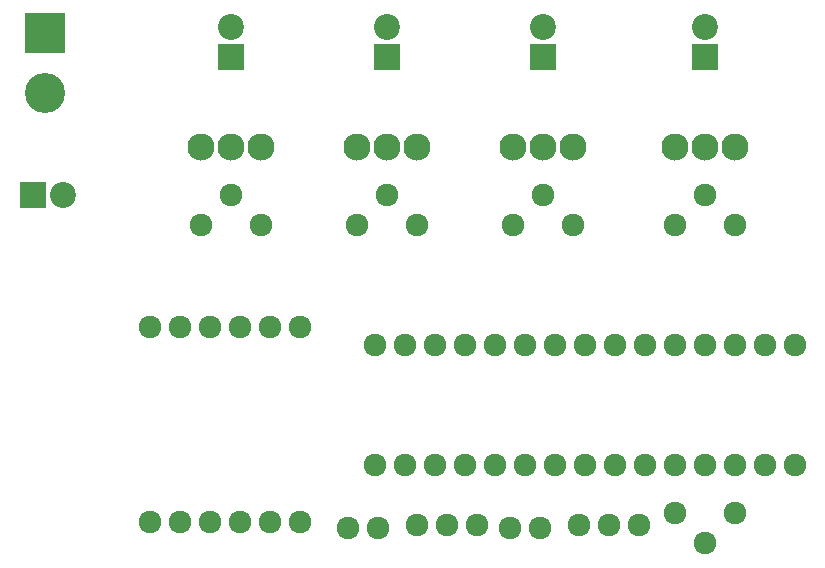
<source format=gbr>
G04 #@! TF.FileFunction,Soldermask,Bot*
%FSLAX46Y46*%
G04 Gerber Fmt 4.6, Leading zero omitted, Abs format (unit mm)*
G04 Created by KiCad (PCBNEW 4.0.5+dfsg1-4) date Wed Oct 18 18:42:54 2017*
%MOMM*%
%LPD*%
G01*
G04 APERTURE LIST*
%ADD10C,0.100000*%
%ADD11C,1.924000*%
%ADD12C,2.200000*%
%ADD13R,2.200000X2.200000*%
%ADD14R,3.400000X3.400000*%
%ADD15C,3.400000*%
%ADD16C,2.300000*%
G04 APERTURE END LIST*
D10*
D11*
X209804000Y-55372000D03*
X207264000Y-55372000D03*
X204724000Y-55372000D03*
X202184000Y-55372000D03*
X199644000Y-55372000D03*
X197104000Y-55372000D03*
X194564000Y-55372000D03*
X192024000Y-55372000D03*
X189484000Y-55372000D03*
X186944000Y-55372000D03*
X184404000Y-55372000D03*
X181864000Y-55372000D03*
X179324000Y-55372000D03*
X176784000Y-55372000D03*
X174244000Y-55372000D03*
X209804000Y-65532000D03*
X207264000Y-65532000D03*
X204724000Y-65532000D03*
X202184000Y-65532000D03*
X199644000Y-65532000D03*
X197104000Y-65532000D03*
X194564000Y-65532000D03*
X192024000Y-65532000D03*
X189484000Y-65532000D03*
X186944000Y-65532000D03*
X184404000Y-65532000D03*
X181864000Y-65532000D03*
X179324000Y-65532000D03*
X176784000Y-65532000D03*
X174244000Y-65532000D03*
D12*
X162052000Y-28448000D03*
D13*
X162052000Y-30988000D03*
D12*
X202184000Y-28448000D03*
D13*
X202184000Y-30988000D03*
D12*
X188468000Y-28448000D03*
D13*
X188468000Y-30988000D03*
D12*
X175260000Y-28448000D03*
D13*
X175260000Y-30988000D03*
D12*
X147828000Y-42672000D03*
D13*
X145288000Y-42672000D03*
D14*
X146304000Y-28956000D03*
D15*
X146304000Y-34036000D03*
D11*
X162052000Y-42672000D03*
X164592000Y-45212000D03*
X159512000Y-45212000D03*
X202184000Y-42672000D03*
X204724000Y-45212000D03*
X199644000Y-45212000D03*
X188468000Y-42672000D03*
X191008000Y-45212000D03*
X185928000Y-45212000D03*
X175260000Y-42672000D03*
X177800000Y-45212000D03*
X172720000Y-45212000D03*
D16*
X159512000Y-38608000D03*
X162052000Y-38608000D03*
X164592000Y-38608000D03*
X199644000Y-38608000D03*
X202184000Y-38608000D03*
X204724000Y-38608000D03*
X185928000Y-38608000D03*
X188468000Y-38608000D03*
X191008000Y-38608000D03*
X172720000Y-38608000D03*
X175260000Y-38608000D03*
X177800000Y-38608000D03*
D11*
X155194000Y-70358000D03*
X157734000Y-70358000D03*
X160274000Y-70358000D03*
X162814000Y-70358000D03*
X165354000Y-70358000D03*
X167894000Y-70358000D03*
X155194000Y-53848000D03*
X157734000Y-53848000D03*
X160274000Y-53848000D03*
X162814000Y-53848000D03*
X165354000Y-53848000D03*
X167894000Y-53848000D03*
X202184000Y-72136000D03*
X199644000Y-69596000D03*
X204724000Y-69596000D03*
X171958000Y-70866000D03*
X174498000Y-70866000D03*
X185674000Y-70866000D03*
X188214000Y-70866000D03*
X177800000Y-70612000D03*
X180340000Y-70612000D03*
X182880000Y-70612000D03*
X191516000Y-70612000D03*
X194056000Y-70612000D03*
X196596000Y-70612000D03*
M02*

</source>
